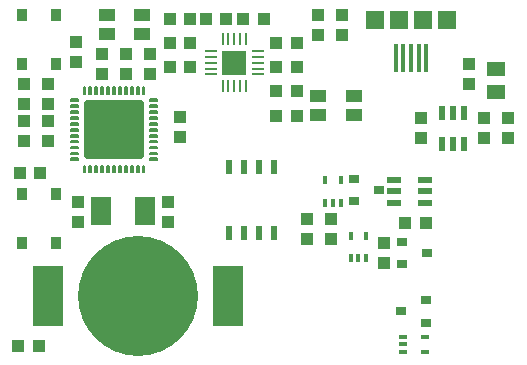
<source format=gtp>
G75*
%MOIN*%
%OFA0B0*%
%FSLAX25Y25*%
%IPPOS*%
%LPD*%
%AMOC8*
5,1,8,0,0,1.08239X$1,22.5*
%
%ADD10C,0.40000*%
%ADD11R,0.10000X0.20000*%
%ADD12R,0.03937X0.04331*%
%ADD13R,0.05906X0.05118*%
%ADD14R,0.04331X0.03937*%
%ADD15C,0.00591*%
%ADD16C,0.01969*%
%ADD17R,0.01772X0.09252*%
%ADD18R,0.05906X0.06102*%
%ADD19R,0.03543X0.03150*%
%ADD20R,0.02362X0.04724*%
%ADD21R,0.06693X0.09449*%
%ADD22R,0.05512X0.04331*%
%ADD23R,0.01378X0.03150*%
%ADD24R,0.03150X0.01378*%
%ADD25R,0.03199X0.04134*%
%ADD26R,0.02165X0.04724*%
%ADD27R,0.04724X0.02165*%
%ADD28R,0.00984X0.03937*%
%ADD29R,0.03937X0.00984*%
%ADD30R,0.07874X0.07874*%
D10*
X0079500Y0060933D03*
D11*
X0049500Y0060933D03*
X0109500Y0060933D03*
D12*
X0039654Y0044433D03*
X0046346Y0044433D03*
X0059500Y0085587D03*
X0059500Y0092280D03*
X0046846Y0101933D03*
X0040154Y0101933D03*
X0089500Y0092280D03*
X0089500Y0085587D03*
X0093500Y0114087D03*
X0093500Y0120780D03*
X0090154Y0137433D03*
X0096846Y0137433D03*
X0096846Y0153433D03*
X0102154Y0153433D03*
X0108846Y0153433D03*
X0125654Y0145433D03*
X0132346Y0145433D03*
X0139500Y0148087D03*
X0139500Y0154780D03*
X0147500Y0154780D03*
X0147500Y0148087D03*
X0132346Y0137433D03*
X0125654Y0137433D03*
X0125654Y0129433D03*
X0132346Y0129433D03*
X0132346Y0120933D03*
X0125654Y0120933D03*
X0090154Y0153433D03*
X0144000Y0086780D03*
X0144000Y0080087D03*
X0161500Y0078780D03*
X0161500Y0072087D03*
X0168654Y0085433D03*
X0175346Y0085433D03*
X0174000Y0113587D03*
X0174000Y0120280D03*
X0190000Y0131587D03*
X0190000Y0138280D03*
X0195000Y0120280D03*
X0195000Y0113587D03*
X0203000Y0113587D03*
X0203000Y0120280D03*
D13*
X0199000Y0129193D03*
X0199000Y0136673D03*
D14*
X0136000Y0086780D03*
X0136000Y0080087D03*
X0083500Y0135087D03*
X0075500Y0135087D03*
X0067500Y0135087D03*
X0059000Y0139087D03*
X0059000Y0145780D03*
X0067500Y0141780D03*
X0075500Y0141780D03*
X0083500Y0141780D03*
X0090154Y0145433D03*
X0096846Y0145433D03*
X0114654Y0153433D03*
X0121346Y0153433D03*
X0049500Y0131780D03*
X0049500Y0125087D03*
X0049500Y0119280D03*
X0049500Y0112587D03*
X0041500Y0112587D03*
X0041500Y0119280D03*
X0041500Y0125087D03*
X0041500Y0131780D03*
D15*
X0059492Y0126571D02*
X0059492Y0125981D01*
X0057326Y0125981D01*
X0057326Y0126571D01*
X0059492Y0126571D01*
X0057326Y0126571D01*
X0059492Y0124602D02*
X0059492Y0124012D01*
X0057326Y0124012D01*
X0057326Y0124602D01*
X0059492Y0124602D01*
X0057326Y0124602D01*
X0059492Y0122634D02*
X0059492Y0122044D01*
X0057326Y0122044D01*
X0057326Y0122634D01*
X0059492Y0122634D01*
X0057326Y0122634D01*
X0059492Y0120665D02*
X0059492Y0120075D01*
X0057326Y0120075D01*
X0057326Y0120665D01*
X0059492Y0120665D01*
X0057326Y0120665D01*
X0059492Y0118697D02*
X0059492Y0118107D01*
X0057326Y0118107D01*
X0057326Y0118697D01*
X0059492Y0118697D01*
X0057326Y0118697D01*
X0059492Y0116728D02*
X0059492Y0116138D01*
X0057326Y0116138D01*
X0057326Y0116728D01*
X0059492Y0116728D01*
X0057326Y0116728D01*
X0059492Y0114760D02*
X0059492Y0114170D01*
X0057326Y0114170D01*
X0057326Y0114760D01*
X0059492Y0114760D01*
X0057326Y0114760D01*
X0059492Y0112791D02*
X0059492Y0112201D01*
X0057326Y0112201D01*
X0057326Y0112791D01*
X0059492Y0112791D01*
X0057326Y0112791D01*
X0059492Y0110823D02*
X0059492Y0110233D01*
X0057326Y0110233D01*
X0057326Y0110823D01*
X0059492Y0110823D01*
X0057326Y0110823D01*
X0059492Y0108854D02*
X0059492Y0108264D01*
X0057326Y0108264D01*
X0057326Y0108854D01*
X0059492Y0108854D01*
X0057326Y0108854D01*
X0059492Y0106886D02*
X0059492Y0106296D01*
X0057326Y0106296D01*
X0057326Y0106886D01*
X0059492Y0106886D01*
X0057326Y0106886D01*
X0061952Y0104426D02*
X0061952Y0102260D01*
X0061362Y0102260D01*
X0061362Y0104426D01*
X0061952Y0104426D01*
X0061952Y0102850D02*
X0061362Y0102850D01*
X0061362Y0103440D02*
X0061952Y0103440D01*
X0061952Y0104030D02*
X0061362Y0104030D01*
X0063921Y0104426D02*
X0063921Y0102260D01*
X0063331Y0102260D01*
X0063331Y0104426D01*
X0063921Y0104426D01*
X0063921Y0102850D02*
X0063331Y0102850D01*
X0063331Y0103440D02*
X0063921Y0103440D01*
X0063921Y0104030D02*
X0063331Y0104030D01*
X0065889Y0104426D02*
X0065889Y0102260D01*
X0065299Y0102260D01*
X0065299Y0104426D01*
X0065889Y0104426D01*
X0065889Y0102850D02*
X0065299Y0102850D01*
X0065299Y0103440D02*
X0065889Y0103440D01*
X0065889Y0104030D02*
X0065299Y0104030D01*
X0067858Y0104426D02*
X0067858Y0102260D01*
X0067268Y0102260D01*
X0067268Y0104426D01*
X0067858Y0104426D01*
X0067858Y0102850D02*
X0067268Y0102850D01*
X0067268Y0103440D02*
X0067858Y0103440D01*
X0067858Y0104030D02*
X0067268Y0104030D01*
X0069826Y0104426D02*
X0069826Y0102260D01*
X0069236Y0102260D01*
X0069236Y0104426D01*
X0069826Y0104426D01*
X0069826Y0102850D02*
X0069236Y0102850D01*
X0069236Y0103440D02*
X0069826Y0103440D01*
X0069826Y0104030D02*
X0069236Y0104030D01*
X0071795Y0104426D02*
X0071795Y0102260D01*
X0071205Y0102260D01*
X0071205Y0104426D01*
X0071795Y0104426D01*
X0071795Y0102850D02*
X0071205Y0102850D01*
X0071205Y0103440D02*
X0071795Y0103440D01*
X0071795Y0104030D02*
X0071205Y0104030D01*
X0073764Y0104426D02*
X0073764Y0102260D01*
X0073174Y0102260D01*
X0073174Y0104426D01*
X0073764Y0104426D01*
X0073764Y0102850D02*
X0073174Y0102850D01*
X0073174Y0103440D02*
X0073764Y0103440D01*
X0073764Y0104030D02*
X0073174Y0104030D01*
X0075732Y0104426D02*
X0075732Y0102260D01*
X0075142Y0102260D01*
X0075142Y0104426D01*
X0075732Y0104426D01*
X0075732Y0102850D02*
X0075142Y0102850D01*
X0075142Y0103440D02*
X0075732Y0103440D01*
X0075732Y0104030D02*
X0075142Y0104030D01*
X0077701Y0104426D02*
X0077701Y0102260D01*
X0077111Y0102260D01*
X0077111Y0104426D01*
X0077701Y0104426D01*
X0077701Y0102850D02*
X0077111Y0102850D01*
X0077111Y0103440D02*
X0077701Y0103440D01*
X0077701Y0104030D02*
X0077111Y0104030D01*
X0079669Y0104426D02*
X0079669Y0102260D01*
X0079079Y0102260D01*
X0079079Y0104426D01*
X0079669Y0104426D01*
X0079669Y0102850D02*
X0079079Y0102850D01*
X0079079Y0103440D02*
X0079669Y0103440D01*
X0079669Y0104030D02*
X0079079Y0104030D01*
X0081638Y0104426D02*
X0081638Y0102260D01*
X0081048Y0102260D01*
X0081048Y0104426D01*
X0081638Y0104426D01*
X0081638Y0102850D02*
X0081048Y0102850D01*
X0081048Y0103440D02*
X0081638Y0103440D01*
X0081638Y0104030D02*
X0081048Y0104030D01*
X0085674Y0106296D02*
X0085674Y0106886D01*
X0085674Y0106296D02*
X0083508Y0106296D01*
X0083508Y0106886D01*
X0085674Y0106886D01*
X0083508Y0106886D01*
X0085674Y0108264D02*
X0085674Y0108854D01*
X0085674Y0108264D02*
X0083508Y0108264D01*
X0083508Y0108854D01*
X0085674Y0108854D01*
X0083508Y0108854D01*
X0085674Y0110233D02*
X0085674Y0110823D01*
X0085674Y0110233D02*
X0083508Y0110233D01*
X0083508Y0110823D01*
X0085674Y0110823D01*
X0083508Y0110823D01*
X0085674Y0112201D02*
X0085674Y0112791D01*
X0085674Y0112201D02*
X0083508Y0112201D01*
X0083508Y0112791D01*
X0085674Y0112791D01*
X0083508Y0112791D01*
X0085674Y0114170D02*
X0085674Y0114760D01*
X0085674Y0114170D02*
X0083508Y0114170D01*
X0083508Y0114760D01*
X0085674Y0114760D01*
X0083508Y0114760D01*
X0085674Y0116138D02*
X0085674Y0116728D01*
X0085674Y0116138D02*
X0083508Y0116138D01*
X0083508Y0116728D01*
X0085674Y0116728D01*
X0083508Y0116728D01*
X0085674Y0118107D02*
X0085674Y0118697D01*
X0085674Y0118107D02*
X0083508Y0118107D01*
X0083508Y0118697D01*
X0085674Y0118697D01*
X0083508Y0118697D01*
X0085674Y0120075D02*
X0085674Y0120665D01*
X0085674Y0120075D02*
X0083508Y0120075D01*
X0083508Y0120665D01*
X0085674Y0120665D01*
X0083508Y0120665D01*
X0085674Y0122044D02*
X0085674Y0122634D01*
X0085674Y0122044D02*
X0083508Y0122044D01*
X0083508Y0122634D01*
X0085674Y0122634D01*
X0083508Y0122634D01*
X0085674Y0124012D02*
X0085674Y0124602D01*
X0085674Y0124012D02*
X0083508Y0124012D01*
X0083508Y0124602D01*
X0085674Y0124602D01*
X0083508Y0124602D01*
X0085674Y0125981D02*
X0085674Y0126571D01*
X0085674Y0125981D02*
X0083508Y0125981D01*
X0083508Y0126571D01*
X0085674Y0126571D01*
X0083508Y0126571D01*
X0081638Y0128441D02*
X0081638Y0130607D01*
X0081638Y0128441D02*
X0081048Y0128441D01*
X0081048Y0130607D01*
X0081638Y0130607D01*
X0081638Y0129031D02*
X0081048Y0129031D01*
X0081048Y0129621D02*
X0081638Y0129621D01*
X0081638Y0130211D02*
X0081048Y0130211D01*
X0079669Y0130607D02*
X0079669Y0128441D01*
X0079079Y0128441D01*
X0079079Y0130607D01*
X0079669Y0130607D01*
X0079669Y0129031D02*
X0079079Y0129031D01*
X0079079Y0129621D02*
X0079669Y0129621D01*
X0079669Y0130211D02*
X0079079Y0130211D01*
X0077701Y0130607D02*
X0077701Y0128441D01*
X0077111Y0128441D01*
X0077111Y0130607D01*
X0077701Y0130607D01*
X0077701Y0129031D02*
X0077111Y0129031D01*
X0077111Y0129621D02*
X0077701Y0129621D01*
X0077701Y0130211D02*
X0077111Y0130211D01*
X0075732Y0130607D02*
X0075732Y0128441D01*
X0075142Y0128441D01*
X0075142Y0130607D01*
X0075732Y0130607D01*
X0075732Y0129031D02*
X0075142Y0129031D01*
X0075142Y0129621D02*
X0075732Y0129621D01*
X0075732Y0130211D02*
X0075142Y0130211D01*
X0073764Y0130607D02*
X0073764Y0128441D01*
X0073174Y0128441D01*
X0073174Y0130607D01*
X0073764Y0130607D01*
X0073764Y0129031D02*
X0073174Y0129031D01*
X0073174Y0129621D02*
X0073764Y0129621D01*
X0073764Y0130211D02*
X0073174Y0130211D01*
X0071795Y0130607D02*
X0071795Y0128441D01*
X0071205Y0128441D01*
X0071205Y0130607D01*
X0071795Y0130607D01*
X0071795Y0129031D02*
X0071205Y0129031D01*
X0071205Y0129621D02*
X0071795Y0129621D01*
X0071795Y0130211D02*
X0071205Y0130211D01*
X0069826Y0130607D02*
X0069826Y0128441D01*
X0069236Y0128441D01*
X0069236Y0130607D01*
X0069826Y0130607D01*
X0069826Y0129031D02*
X0069236Y0129031D01*
X0069236Y0129621D02*
X0069826Y0129621D01*
X0069826Y0130211D02*
X0069236Y0130211D01*
X0067858Y0130607D02*
X0067858Y0128441D01*
X0067268Y0128441D01*
X0067268Y0130607D01*
X0067858Y0130607D01*
X0067858Y0129031D02*
X0067268Y0129031D01*
X0067268Y0129621D02*
X0067858Y0129621D01*
X0067858Y0130211D02*
X0067268Y0130211D01*
X0065889Y0130607D02*
X0065889Y0128441D01*
X0065299Y0128441D01*
X0065299Y0130607D01*
X0065889Y0130607D01*
X0065889Y0129031D02*
X0065299Y0129031D01*
X0065299Y0129621D02*
X0065889Y0129621D01*
X0065889Y0130211D02*
X0065299Y0130211D01*
X0063921Y0130607D02*
X0063921Y0128441D01*
X0063331Y0128441D01*
X0063331Y0130607D01*
X0063921Y0130607D01*
X0063921Y0129031D02*
X0063331Y0129031D01*
X0063331Y0129621D02*
X0063921Y0129621D01*
X0063921Y0130211D02*
X0063331Y0130211D01*
X0061952Y0130607D02*
X0061952Y0128441D01*
X0061362Y0128441D01*
X0061362Y0130607D01*
X0061952Y0130607D01*
X0061952Y0129031D02*
X0061362Y0129031D01*
X0061362Y0129621D02*
X0061952Y0129621D01*
X0061952Y0130211D02*
X0061362Y0130211D01*
D16*
X0080358Y0125291D02*
X0080358Y0107575D01*
X0062642Y0107575D01*
X0062642Y0125291D01*
X0080358Y0125291D01*
X0080358Y0109543D02*
X0062642Y0109543D01*
X0062642Y0111511D02*
X0080358Y0111511D01*
X0080358Y0113479D02*
X0062642Y0113479D01*
X0062642Y0115447D02*
X0080358Y0115447D01*
X0080358Y0117415D02*
X0062642Y0117415D01*
X0062642Y0119383D02*
X0080358Y0119383D01*
X0080358Y0121351D02*
X0062642Y0121351D01*
X0062642Y0123319D02*
X0080358Y0123319D01*
X0080358Y0125287D02*
X0062642Y0125287D01*
D17*
X0165382Y0140433D03*
X0167941Y0140433D03*
X0170500Y0140433D03*
X0173059Y0140433D03*
X0175618Y0140433D03*
D18*
X0174437Y0152933D03*
X0166563Y0152933D03*
X0158492Y0152933D03*
X0182508Y0152933D03*
D19*
X0151563Y0100173D03*
X0159831Y0096433D03*
X0151563Y0092693D03*
X0167563Y0079173D03*
X0175831Y0075433D03*
X0167563Y0071693D03*
X0175437Y0059673D03*
X0175437Y0052193D03*
X0167169Y0055933D03*
D20*
X0125000Y0081909D03*
X0120000Y0081909D03*
X0115000Y0081909D03*
X0110000Y0081909D03*
X0110000Y0103957D03*
X0115000Y0103957D03*
X0120000Y0103957D03*
X0125000Y0103957D03*
D21*
X0081783Y0089433D03*
X0067217Y0089433D03*
D22*
X0139594Y0121283D03*
X0139594Y0127583D03*
X0151406Y0127583D03*
X0151406Y0121283D03*
X0080906Y0148283D03*
X0080906Y0154583D03*
X0069094Y0154583D03*
X0069094Y0148283D03*
D23*
X0141941Y0099673D03*
X0147059Y0099673D03*
X0147059Y0092193D03*
X0144500Y0092193D03*
X0141941Y0092193D03*
X0150441Y0081173D03*
X0155559Y0081173D03*
X0155559Y0073693D03*
X0153000Y0073693D03*
X0150441Y0073693D03*
D24*
X0167760Y0047492D03*
X0167760Y0044933D03*
X0167760Y0042374D03*
X0175240Y0042374D03*
X0175240Y0047492D03*
D25*
X0052012Y0078764D03*
X0040988Y0078764D03*
X0040988Y0095102D03*
X0052012Y0095102D03*
X0052012Y0138264D03*
X0040988Y0138264D03*
X0040988Y0154602D03*
X0052012Y0154602D03*
D26*
X0180760Y0122051D03*
X0184500Y0122051D03*
X0188240Y0122051D03*
X0188240Y0111815D03*
X0184500Y0111815D03*
X0180760Y0111815D03*
D27*
X0175118Y0099673D03*
X0175118Y0095933D03*
X0175118Y0092193D03*
X0164882Y0092193D03*
X0164882Y0095933D03*
X0164882Y0099673D03*
D28*
X0115563Y0130933D03*
X0113594Y0130933D03*
X0111626Y0130933D03*
X0109657Y0130933D03*
X0107689Y0130933D03*
X0107689Y0146681D03*
X0109657Y0146681D03*
X0111626Y0146681D03*
X0113594Y0146681D03*
X0115563Y0146681D03*
D29*
X0119500Y0142744D03*
X0119500Y0140776D03*
X0119500Y0138807D03*
X0119500Y0136839D03*
X0119500Y0134870D03*
X0103752Y0134870D03*
X0103752Y0136839D03*
X0103752Y0138807D03*
X0103752Y0140776D03*
X0103752Y0142744D03*
D30*
X0111626Y0138807D03*
M02*

</source>
